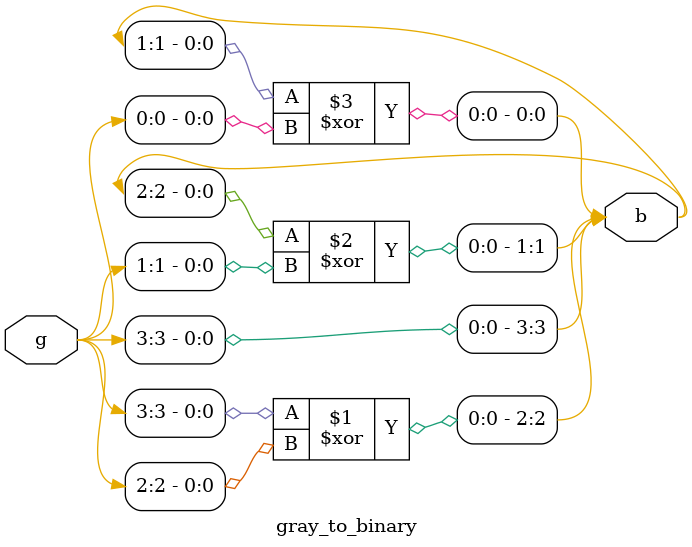
<source format=v>
`timescale 1ns / 1ps

module gray_to_binary(g,b

    );
    input [3:0]g;
    output [3:0]b;
    assign b[3]=g[3];
    assign b[2]=b[3]^g[2];
    assign b[1]=b[2]^g[1];
    assign b[0]=b[1]^g[0];
    
endmodule

</source>
